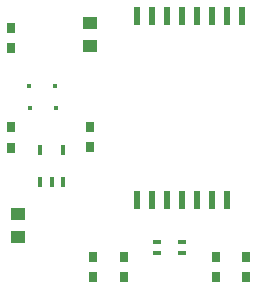
<source format=gbr>
G04 DipTrace 3.2.0.1*
G04 Íèæíÿÿï.ìàñêà.gbr*
%MOMM*%
G04 #@! TF.FileFunction,Paste,Bot*
G04 #@! TF.Part,Single*
%ADD41R,0.6X1.5*%
%ADD43R,0.4X0.9*%
%ADD47R,0.8X0.4*%
%ADD49R,0.8X0.9*%
%ADD55R,0.4X0.4*%
%ADD57R,1.3X1.1*%
%FSLAX35Y35*%
G04*
G71*
G90*
G75*
G01*
G04 BotPaste*
%LPD*%
D57*
X-1281083Y-845053D3*
Y-655053D3*
X-677353Y771613D3*
Y961613D3*
D55*
X-964903Y241140D3*
X-1184903D3*
X-968517Y430920D3*
X-1188517D3*
D49*
X-650000Y-1185000D3*
Y-1015000D3*
X-1343513Y925657D3*
Y755657D3*
X-390000Y-1015000D3*
Y-1185000D3*
X-673877Y-85557D3*
Y84443D3*
X390000Y-1015000D3*
Y-1185000D3*
X650000Y-1015000D3*
Y-1185000D3*
X-1344943Y79413D3*
Y-90587D3*
D47*
X-105000Y-980000D3*
X105000D3*
X-105000Y-890000D3*
X105000D3*
D43*
X-904957Y-381953D3*
X-999957D3*
X-1094957D3*
Y-111953D3*
X-904957D3*
D41*
X-278000Y1026900D3*
X-151000D3*
X-24000D3*
X103000D3*
X230000D3*
X357000D3*
X484000D3*
X611000D3*
X-278000Y-533100D3*
X-151000D3*
X-24000D3*
X103000D3*
X230000D3*
X357000D3*
X484000D3*
M02*

</source>
